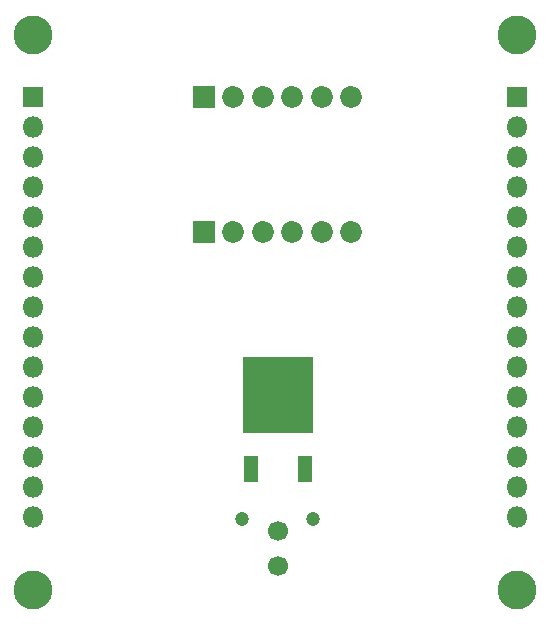
<source format=gts>
%TF.GenerationSoftware,KiCad,Pcbnew,5.1.5+dfsg1-2build2*%
%TF.CreationDate,2021-01-24T20:27:35+01:00*%
%TF.ProjectId,PlacaStepperShield,506c6163-6153-4746-9570-706572536869,rev?*%
%TF.SameCoordinates,Original*%
%TF.FileFunction,Soldermask,Top*%
%TF.FilePolarity,Negative*%
%FSLAX46Y46*%
G04 Gerber Fmt 4.6, Leading zero omitted, Abs format (unit mm)*
G04 Created by KiCad (PCBNEW 5.1.5+dfsg1-2build2) date 2021-01-24 20:27:35*
%MOMM*%
%LPD*%
G04 APERTURE LIST*
%ADD10C,3.300000*%
%ADD11R,1.850000X1.850000*%
%ADD12C,1.850000*%
%ADD13C,1.200000*%
%ADD14C,1.700000*%
%ADD15O,1.800000X1.800000*%
%ADD16R,1.800000X1.800000*%
%ADD17R,1.300000X2.300000*%
%ADD18R,5.900000X6.500000*%
G04 APERTURE END LIST*
D10*
X128750000Y-105000000D03*
X169750000Y-105000000D03*
X169750000Y-58000000D03*
X128750000Y-58000000D03*
D11*
X143250000Y-63250000D03*
D12*
X145750000Y-63250000D03*
X148250000Y-63250000D03*
X150750000Y-63250000D03*
X153250000Y-63250000D03*
X155750000Y-63250000D03*
D13*
X146500000Y-99000000D03*
D14*
X149500000Y-103000000D03*
X149500000Y-100000000D03*
D13*
X152500000Y-99060000D03*
D12*
X155750000Y-74750000D03*
X153250000Y-74750000D03*
X150750000Y-74750000D03*
X148250000Y-74750000D03*
X145750000Y-74750000D03*
D11*
X143250000Y-74750000D03*
D15*
X128750000Y-98810000D03*
X128750000Y-96270000D03*
X128750000Y-93730000D03*
X128750000Y-91190000D03*
X128750000Y-88650000D03*
X128750000Y-86110000D03*
X128750000Y-83570000D03*
X128750000Y-81030000D03*
X128750000Y-78490000D03*
X128750000Y-75950000D03*
X128750000Y-73410000D03*
X128750000Y-70870000D03*
X128750000Y-68330000D03*
X128750000Y-65790000D03*
D16*
X128750000Y-63250000D03*
X169750000Y-63250000D03*
D15*
X169750000Y-65790000D03*
X169750000Y-68330000D03*
X169750000Y-70870000D03*
X169750000Y-73410000D03*
X169750000Y-75950000D03*
X169750000Y-78490000D03*
X169750000Y-81030000D03*
X169750000Y-83570000D03*
X169750000Y-86110000D03*
X169750000Y-88650000D03*
X169750000Y-91190000D03*
X169750000Y-93730000D03*
X169750000Y-96270000D03*
X169750000Y-98810000D03*
D17*
X147220000Y-94800000D03*
X151780000Y-94800000D03*
D18*
X149500000Y-88500000D03*
M02*

</source>
